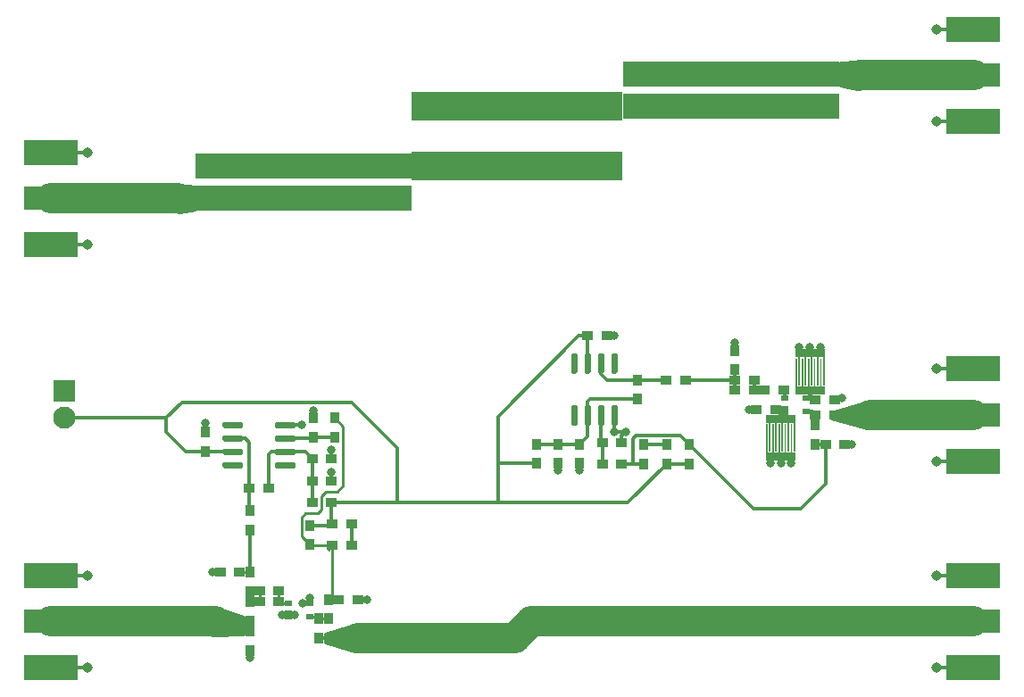
<source format=gbr>
%TF.GenerationSoftware,KiCad,Pcbnew,(5.1.8)-1*%
%TF.CreationDate,2021-11-19T11:08:09-06:00*%
%TF.ProjectId,EE514 Board,45453531-3420-4426-9f61-72642e6b6963,rev?*%
%TF.SameCoordinates,Original*%
%TF.FileFunction,Copper,L1,Top*%
%TF.FilePolarity,Positive*%
%FSLAX46Y46*%
G04 Gerber Fmt 4.6, Leading zero omitted, Abs format (unit mm)*
G04 Created by KiCad (PCBNEW (5.1.8)-1) date 2021-11-19 11:08:09*
%MOMM*%
%LPD*%
G01*
G04 APERTURE LIST*
%TA.AperFunction,SMDPad,CuDef*%
%ADD10C,0.100000*%
%TD*%
%TA.AperFunction,SMDPad,CuDef*%
%ADD11R,20.574000X2.428240*%
%TD*%
%TA.AperFunction,SMDPad,CuDef*%
%ADD12R,19.939000X2.829560*%
%TD*%
%TA.AperFunction,SMDPad,CuDef*%
%ADD13R,0.950000X0.975000*%
%TD*%
%TA.AperFunction,SMDPad,CuDef*%
%ADD14R,0.975000X0.950000*%
%TD*%
%TA.AperFunction,SMDPad,CuDef*%
%ADD15R,0.800000X0.900000*%
%TD*%
%TA.AperFunction,SMDPad,CuDef*%
%ADD16R,0.800000X0.600000*%
%TD*%
%TA.AperFunction,SMDPad,CuDef*%
%ADD17R,0.950000X0.460000*%
%TD*%
%TA.AperFunction,ComponentPad*%
%ADD18C,0.970000*%
%TD*%
%TA.AperFunction,SMDPad,CuDef*%
%ADD19R,5.080000X2.420000*%
%TD*%
%TA.AperFunction,SMDPad,CuDef*%
%ADD20R,5.080000X2.290000*%
%TD*%
%TA.AperFunction,ComponentPad*%
%ADD21C,2.100000*%
%TD*%
%TA.AperFunction,ComponentPad*%
%ADD22R,2.100000X2.100000*%
%TD*%
%TA.AperFunction,ViaPad*%
%ADD23C,0.800000*%
%TD*%
%TA.AperFunction,Conductor*%
%ADD24C,0.250000*%
%TD*%
%TA.AperFunction,Conductor*%
%ADD25C,0.304800*%
%TD*%
%TA.AperFunction,Conductor*%
%ADD26C,2.870200*%
%TD*%
%TA.AperFunction,Conductor*%
%ADD27C,0.355600*%
%TD*%
%TA.AperFunction,Conductor*%
%ADD28C,0.254000*%
%TD*%
%TA.AperFunction,Conductor*%
%ADD29C,0.100000*%
%TD*%
G04 APERTURE END LIST*
%TA.AperFunction,SMDPad,CuDef*%
D10*
%TO.P,C303,2*%
%TO.N,GND*%
G36*
X170803570Y-93014800D02*
G01*
X170371770Y-93014800D01*
X170371770Y-95707200D01*
X170219370Y-95707200D01*
X170219370Y-93014800D01*
X169787570Y-93014800D01*
X169787570Y-95707200D01*
X169635170Y-95707200D01*
X169635170Y-93014800D01*
X169203370Y-93014800D01*
X169203370Y-95707200D01*
X169050970Y-95707200D01*
X169050970Y-93014800D01*
X168619170Y-93014800D01*
X168619170Y-95707200D01*
X168466770Y-95707200D01*
X168466770Y-93014800D01*
X168174670Y-93014800D01*
X168174670Y-92252800D01*
X170955970Y-92252800D01*
X170955970Y-95707200D01*
X170803570Y-95707200D01*
X170803570Y-93014800D01*
G37*
%TD.AperFunction*%
%TA.AperFunction,SMDPad,CuDef*%
%TO.P,C303,1*%
%TO.N,Net-(C303-Pad1)*%
G36*
X168327070Y-95846900D02*
G01*
X168758870Y-95846900D01*
X168758870Y-93154500D01*
X168911270Y-93154500D01*
X168911270Y-95846900D01*
X169343070Y-95846900D01*
X169343070Y-93154500D01*
X169495470Y-93154500D01*
X169495470Y-95846900D01*
X169927270Y-95846900D01*
X169927270Y-93154500D01*
X170079670Y-93154500D01*
X170079670Y-95846900D01*
X170511470Y-95846900D01*
X170511470Y-93154500D01*
X170663870Y-93154500D01*
X170663870Y-95846900D01*
X170955970Y-95846900D01*
X170955970Y-96608900D01*
X168174670Y-96608900D01*
X168174670Y-93154500D01*
X168327070Y-93154500D01*
X168327070Y-95846900D01*
G37*
%TD.AperFunction*%
%TD*%
%TA.AperFunction,SMDPad,CuDef*%
%TO.P,C302,2*%
%TO.N,GND*%
G36*
X165535610Y-102100380D02*
G01*
X165967410Y-102100380D01*
X165967410Y-99407980D01*
X166119810Y-99407980D01*
X166119810Y-102100380D01*
X166551610Y-102100380D01*
X166551610Y-99407980D01*
X166704010Y-99407980D01*
X166704010Y-102100380D01*
X167135810Y-102100380D01*
X167135810Y-99407980D01*
X167288210Y-99407980D01*
X167288210Y-102100380D01*
X167720010Y-102100380D01*
X167720010Y-99407980D01*
X167872410Y-99407980D01*
X167872410Y-102100380D01*
X168164510Y-102100380D01*
X168164510Y-102862380D01*
X165383210Y-102862380D01*
X165383210Y-99407980D01*
X165535610Y-99407980D01*
X165535610Y-102100380D01*
G37*
%TD.AperFunction*%
%TA.AperFunction,SMDPad,CuDef*%
%TO.P,C302,1*%
%TO.N,Net-(C302-Pad1)*%
G36*
X168012110Y-99268280D02*
G01*
X167580310Y-99268280D01*
X167580310Y-101960680D01*
X167427910Y-101960680D01*
X167427910Y-99268280D01*
X166996110Y-99268280D01*
X166996110Y-101960680D01*
X166843710Y-101960680D01*
X166843710Y-99268280D01*
X166411910Y-99268280D01*
X166411910Y-101960680D01*
X166259510Y-101960680D01*
X166259510Y-99268280D01*
X165827710Y-99268280D01*
X165827710Y-101960680D01*
X165675310Y-101960680D01*
X165675310Y-99268280D01*
X165383210Y-99268280D01*
X165383210Y-98506280D01*
X168164510Y-98506280D01*
X168164510Y-101960680D01*
X168012110Y-101960680D01*
X168012110Y-99268280D01*
G37*
%TD.AperFunction*%
%TD*%
D11*
%TO.P,FL101,2*%
%TO.N,/FILT_OUT*%
X162052000Y-66182240D03*
%TO.P,FL101,1*%
%TO.N,/FILT_IN*%
X121539000Y-77978000D03*
%TO.P,FL101,~*%
%TO.N,N/C*%
X121539000Y-74936350D03*
D12*
X141795500Y-74936350D03*
X141795500Y-69223890D03*
D11*
X162052000Y-69223890D03*
%TD*%
%TO.P,U501,8*%
%TO.N,Net-(U501-Pad8)*%
%TA.AperFunction,SMDPad,CuDef*%
G36*
G01*
X147363320Y-94598360D02*
X147063320Y-94598360D01*
G75*
G02*
X146913320Y-94448360I0J150000D01*
G01*
X146913320Y-92798360D01*
G75*
G02*
X147063320Y-92648360I150000J0D01*
G01*
X147363320Y-92648360D01*
G75*
G02*
X147513320Y-92798360I0J-150000D01*
G01*
X147513320Y-94448360D01*
G75*
G02*
X147363320Y-94598360I-150000J0D01*
G01*
G37*
%TD.AperFunction*%
%TO.P,U501,7*%
%TO.N,+5V*%
%TA.AperFunction,SMDPad,CuDef*%
G36*
G01*
X148633320Y-94598360D02*
X148333320Y-94598360D01*
G75*
G02*
X148183320Y-94448360I0J150000D01*
G01*
X148183320Y-92798360D01*
G75*
G02*
X148333320Y-92648360I150000J0D01*
G01*
X148633320Y-92648360D01*
G75*
G02*
X148783320Y-92798360I0J-150000D01*
G01*
X148783320Y-94448360D01*
G75*
G02*
X148633320Y-94598360I-150000J0D01*
G01*
G37*
%TD.AperFunction*%
%TO.P,U501,6*%
%TO.N,Net-(C502-Pad1)*%
%TA.AperFunction,SMDPad,CuDef*%
G36*
G01*
X149903320Y-94598360D02*
X149603320Y-94598360D01*
G75*
G02*
X149453320Y-94448360I0J150000D01*
G01*
X149453320Y-92798360D01*
G75*
G02*
X149603320Y-92648360I150000J0D01*
G01*
X149903320Y-92648360D01*
G75*
G02*
X150053320Y-92798360I0J-150000D01*
G01*
X150053320Y-94448360D01*
G75*
G02*
X149903320Y-94598360I-150000J0D01*
G01*
G37*
%TD.AperFunction*%
%TO.P,U501,5*%
%TO.N,Net-(U501-Pad5)*%
%TA.AperFunction,SMDPad,CuDef*%
G36*
G01*
X151173320Y-94598360D02*
X150873320Y-94598360D01*
G75*
G02*
X150723320Y-94448360I0J150000D01*
G01*
X150723320Y-92798360D01*
G75*
G02*
X150873320Y-92648360I150000J0D01*
G01*
X151173320Y-92648360D01*
G75*
G02*
X151323320Y-92798360I0J-150000D01*
G01*
X151323320Y-94448360D01*
G75*
G02*
X151173320Y-94598360I-150000J0D01*
G01*
G37*
%TD.AperFunction*%
%TO.P,U501,4*%
%TO.N,GND*%
%TA.AperFunction,SMDPad,CuDef*%
G36*
G01*
X151173320Y-99548360D02*
X150873320Y-99548360D01*
G75*
G02*
X150723320Y-99398360I0J150000D01*
G01*
X150723320Y-97748360D01*
G75*
G02*
X150873320Y-97598360I150000J0D01*
G01*
X151173320Y-97598360D01*
G75*
G02*
X151323320Y-97748360I0J-150000D01*
G01*
X151323320Y-99398360D01*
G75*
G02*
X151173320Y-99548360I-150000J0D01*
G01*
G37*
%TD.AperFunction*%
%TO.P,U501,3*%
%TO.N,Net-(R503-Pad1)*%
%TA.AperFunction,SMDPad,CuDef*%
G36*
G01*
X149903320Y-99548360D02*
X149603320Y-99548360D01*
G75*
G02*
X149453320Y-99398360I0J150000D01*
G01*
X149453320Y-97748360D01*
G75*
G02*
X149603320Y-97598360I150000J0D01*
G01*
X149903320Y-97598360D01*
G75*
G02*
X150053320Y-97748360I0J-150000D01*
G01*
X150053320Y-99398360D01*
G75*
G02*
X149903320Y-99548360I-150000J0D01*
G01*
G37*
%TD.AperFunction*%
%TO.P,U501,2*%
%TO.N,/Bias Regulator (Oscillator)/VREF_1.2V*%
%TA.AperFunction,SMDPad,CuDef*%
G36*
G01*
X148633320Y-99548360D02*
X148333320Y-99548360D01*
G75*
G02*
X148183320Y-99398360I0J150000D01*
G01*
X148183320Y-97748360D01*
G75*
G02*
X148333320Y-97598360I150000J0D01*
G01*
X148633320Y-97598360D01*
G75*
G02*
X148783320Y-97748360I0J-150000D01*
G01*
X148783320Y-99398360D01*
G75*
G02*
X148633320Y-99548360I-150000J0D01*
G01*
G37*
%TD.AperFunction*%
%TO.P,U501,1*%
%TO.N,Net-(U501-Pad1)*%
%TA.AperFunction,SMDPad,CuDef*%
G36*
G01*
X147363320Y-99548360D02*
X147063320Y-99548360D01*
G75*
G02*
X146913320Y-99398360I0J150000D01*
G01*
X146913320Y-97748360D01*
G75*
G02*
X147063320Y-97598360I150000J0D01*
G01*
X147363320Y-97598360D01*
G75*
G02*
X147513320Y-97748360I0J-150000D01*
G01*
X147513320Y-99398360D01*
G75*
G02*
X147363320Y-99548360I-150000J0D01*
G01*
G37*
%TD.AperFunction*%
%TD*%
%TO.P,U401,8*%
%TO.N,Net-(U401-Pad8)*%
%TA.AperFunction,SMDPad,CuDef*%
G36*
G01*
X115797200Y-103151800D02*
X115797200Y-103451800D01*
G75*
G02*
X115647200Y-103601800I-150000J0D01*
G01*
X113997200Y-103601800D01*
G75*
G02*
X113847200Y-103451800I0J150000D01*
G01*
X113847200Y-103151800D01*
G75*
G02*
X113997200Y-103001800I150000J0D01*
G01*
X115647200Y-103001800D01*
G75*
G02*
X115797200Y-103151800I0J-150000D01*
G01*
G37*
%TD.AperFunction*%
%TO.P,U401,7*%
%TO.N,+5V*%
%TA.AperFunction,SMDPad,CuDef*%
G36*
G01*
X115797200Y-101881800D02*
X115797200Y-102181800D01*
G75*
G02*
X115647200Y-102331800I-150000J0D01*
G01*
X113997200Y-102331800D01*
G75*
G02*
X113847200Y-102181800I0J150000D01*
G01*
X113847200Y-101881800D01*
G75*
G02*
X113997200Y-101731800I150000J0D01*
G01*
X115647200Y-101731800D01*
G75*
G02*
X115797200Y-101881800I0J-150000D01*
G01*
G37*
%TD.AperFunction*%
%TO.P,U401,6*%
%TO.N,Net-(C402-Pad1)*%
%TA.AperFunction,SMDPad,CuDef*%
G36*
G01*
X115797200Y-100611800D02*
X115797200Y-100911800D01*
G75*
G02*
X115647200Y-101061800I-150000J0D01*
G01*
X113997200Y-101061800D01*
G75*
G02*
X113847200Y-100911800I0J150000D01*
G01*
X113847200Y-100611800D01*
G75*
G02*
X113997200Y-100461800I150000J0D01*
G01*
X115647200Y-100461800D01*
G75*
G02*
X115797200Y-100611800I0J-150000D01*
G01*
G37*
%TD.AperFunction*%
%TO.P,U401,5*%
%TO.N,Net-(U401-Pad5)*%
%TA.AperFunction,SMDPad,CuDef*%
G36*
G01*
X115797200Y-99341800D02*
X115797200Y-99641800D01*
G75*
G02*
X115647200Y-99791800I-150000J0D01*
G01*
X113997200Y-99791800D01*
G75*
G02*
X113847200Y-99641800I0J150000D01*
G01*
X113847200Y-99341800D01*
G75*
G02*
X113997200Y-99191800I150000J0D01*
G01*
X115647200Y-99191800D01*
G75*
G02*
X115797200Y-99341800I0J-150000D01*
G01*
G37*
%TD.AperFunction*%
%TO.P,U401,4*%
%TO.N,GND*%
%TA.AperFunction,SMDPad,CuDef*%
G36*
G01*
X120747200Y-99341800D02*
X120747200Y-99641800D01*
G75*
G02*
X120597200Y-99791800I-150000J0D01*
G01*
X118947200Y-99791800D01*
G75*
G02*
X118797200Y-99641800I0J150000D01*
G01*
X118797200Y-99341800D01*
G75*
G02*
X118947200Y-99191800I150000J0D01*
G01*
X120597200Y-99191800D01*
G75*
G02*
X120747200Y-99341800I0J-150000D01*
G01*
G37*
%TD.AperFunction*%
%TO.P,U401,3*%
%TO.N,Net-(R403-Pad1)*%
%TA.AperFunction,SMDPad,CuDef*%
G36*
G01*
X120747200Y-100611800D02*
X120747200Y-100911800D01*
G75*
G02*
X120597200Y-101061800I-150000J0D01*
G01*
X118947200Y-101061800D01*
G75*
G02*
X118797200Y-100911800I0J150000D01*
G01*
X118797200Y-100611800D01*
G75*
G02*
X118947200Y-100461800I150000J0D01*
G01*
X120597200Y-100461800D01*
G75*
G02*
X120747200Y-100611800I0J-150000D01*
G01*
G37*
%TD.AperFunction*%
%TO.P,U401,2*%
%TO.N,/Bias Regulator (Amplifier)/VREF_1.2V*%
%TA.AperFunction,SMDPad,CuDef*%
G36*
G01*
X120747200Y-101881800D02*
X120747200Y-102181800D01*
G75*
G02*
X120597200Y-102331800I-150000J0D01*
G01*
X118947200Y-102331800D01*
G75*
G02*
X118797200Y-102181800I0J150000D01*
G01*
X118797200Y-101881800D01*
G75*
G02*
X118947200Y-101731800I150000J0D01*
G01*
X120597200Y-101731800D01*
G75*
G02*
X120747200Y-101881800I0J-150000D01*
G01*
G37*
%TD.AperFunction*%
%TO.P,U401,1*%
%TO.N,Net-(U401-Pad1)*%
%TA.AperFunction,SMDPad,CuDef*%
G36*
G01*
X120747200Y-103151800D02*
X120747200Y-103451800D01*
G75*
G02*
X120597200Y-103601800I-150000J0D01*
G01*
X118947200Y-103601800D01*
G75*
G02*
X118797200Y-103451800I0J150000D01*
G01*
X118797200Y-103151800D01*
G75*
G02*
X118947200Y-103001800I150000J0D01*
G01*
X120597200Y-103001800D01*
G75*
G02*
X120747200Y-103151800I0J-150000D01*
G01*
G37*
%TD.AperFunction*%
%TD*%
D13*
%TO.P,R507,1*%
%TO.N,Net-(C504-Pad1)*%
X153797000Y-101322500D03*
%TO.P,R507,2*%
%TO.N,/Bias Regulator (Oscillator)/V_BIAS_COLLECTOR*%
X153797000Y-103147500D03*
%TD*%
%TO.P,R506,1*%
%TO.N,+5V*%
X158115000Y-103147500D03*
%TO.P,R506,2*%
%TO.N,/Bias Regulator (Oscillator)/V_BIAS_COLLECTOR*%
X158115000Y-101322500D03*
%TD*%
D14*
%TO.P,R505,1*%
%TO.N,/Bias Regulator (Oscillator)/V_BIAS_BASE*%
X157757500Y-95250000D03*
%TO.P,R505,2*%
%TO.N,Net-(C502-Pad1)*%
X155932500Y-95250000D03*
%TD*%
%TO.P,R504,1*%
%TO.N,/Bias Regulator (Oscillator)/V_BIAS_COLLECTOR*%
X151681820Y-103210360D03*
%TO.P,R504,2*%
%TO.N,Net-(R503-Pad1)*%
X149856820Y-103210360D03*
%TD*%
%TO.P,R503,1*%
%TO.N,Net-(R503-Pad1)*%
X149856820Y-101178360D03*
%TO.P,R503,2*%
%TO.N,GND*%
X151681820Y-101178360D03*
%TD*%
D13*
%TO.P,R502,1*%
%TO.N,/Bias Regulator (Oscillator)/VREF_1.2V*%
X145689320Y-101281860D03*
%TO.P,R502,2*%
%TO.N,GND*%
X145689320Y-103106860D03*
%TD*%
%TO.P,R501,1*%
%TO.N,+5V*%
X143657320Y-103106860D03*
%TO.P,R501,2*%
%TO.N,/Bias Regulator (Oscillator)/VREF_1.2V*%
X143657320Y-101281860D03*
%TD*%
D14*
%TO.P,R407,1*%
%TO.N,Net-(C404-Pad1)*%
X126083700Y-110921800D03*
%TO.P,R407,2*%
%TO.N,/Amplifier/V_BIAS_COLLECTOR*%
X124258700Y-110921800D03*
%TD*%
D13*
%TO.P,R406,1*%
%TO.N,+5V*%
X122123200Y-108993300D03*
%TO.P,R406,2*%
%TO.N,/Amplifier/V_BIAS_COLLECTOR*%
X122123200Y-110818300D03*
%TD*%
%TO.P,R405,1*%
%TO.N,/Amplifier/V_BIAS_BASE*%
X116408200Y-109421300D03*
%TO.P,R405,2*%
%TO.N,Net-(C402-Pad1)*%
X116408200Y-107596300D03*
%TD*%
%TO.P,R404,1*%
%TO.N,/Amplifier/V_BIAS_COLLECTOR*%
X124460000Y-98782500D03*
%TO.P,R404,2*%
%TO.N,Net-(R403-Pad1)*%
X124460000Y-100607500D03*
%TD*%
%TO.P,R403,1*%
%TO.N,Net-(R403-Pad1)*%
X122428000Y-100607500D03*
%TO.P,R403,2*%
%TO.N,GND*%
X122428000Y-98782500D03*
%TD*%
D14*
%TO.P,R402,1*%
%TO.N,/Bias Regulator (Amplifier)/VREF_1.2V*%
X122353700Y-104775000D03*
%TO.P,R402,2*%
%TO.N,GND*%
X124178700Y-104775000D03*
%TD*%
%TO.P,R401,1*%
%TO.N,+5V*%
X124178700Y-106807000D03*
%TO.P,R401,2*%
%TO.N,/Bias Regulator (Amplifier)/VREF_1.2V*%
X122353700Y-106807000D03*
%TD*%
%TO.P,R301,1*%
%TO.N,Net-(L301-Pad1)*%
X164282120Y-95189040D03*
%TO.P,R301,2*%
%TO.N,/Bias Regulator (Oscillator)/V_BIAS_BASE*%
X162457120Y-95189040D03*
%TD*%
%TO.P,R201,1*%
%TO.N,Net-(C203-Pad1)*%
X119187600Y-115239800D03*
%TO.P,R201,2*%
%TO.N,Net-(C201-Pad1)*%
X117362600Y-115239800D03*
%TD*%
D15*
%TO.P,Q301,2*%
%TO.N,Net-(C302-Pad1)*%
X167165940Y-98058860D03*
D16*
%TO.P,Q301,1*%
%TO.N,Net-(L302-Pad1)*%
X167165940Y-96908860D03*
%TO.P,Q301,3*%
%TO.N,Net-(C305-Pad2)*%
X169185940Y-98208860D03*
%TO.P,Q301,4*%
%TO.N,Net-(C303-Pad1)*%
X169185940Y-96908860D03*
%TD*%
D15*
%TO.P,Q201,2*%
%TO.N,GND*%
X120071800Y-117505100D03*
D16*
%TO.P,Q201,1*%
%TO.N,Net-(C203-Pad1)*%
X120071800Y-116355100D03*
%TO.P,Q201,3*%
%TO.N,Net-(C205-Pad2)*%
X122091800Y-117655100D03*
%TO.P,Q201,4*%
%TO.N,GND*%
X122091800Y-116355100D03*
%TD*%
D13*
%TO.P,L305,1*%
%TO.N,Net-(C305-Pad2)*%
X170055540Y-99491160D03*
%TO.P,L305,2*%
%TO.N,/Bias Regulator (Oscillator)/V_BIAS_COLLECTOR*%
X170055540Y-101316160D03*
%TD*%
D14*
%TO.P,L304,1*%
%TO.N,Net-(C303-Pad1)*%
X170072680Y-97081340D03*
%TO.P,L304,2*%
%TO.N,GND*%
X171897680Y-97081340D03*
%TD*%
%TO.P,L303,1*%
%TO.N,Net-(C302-Pad1)*%
X166281740Y-98036380D03*
%TO.P,L303,2*%
%TO.N,GND*%
X164456740Y-98036380D03*
%TD*%
%TO.P,L302,1*%
%TO.N,Net-(L302-Pad1)*%
X167078660Y-96136460D03*
%TO.P,L302,2*%
%TO.N,Net-(L301-Pad1)*%
X165253660Y-96136460D03*
%TD*%
%TO.P,L301,1*%
%TO.N,Net-(L301-Pad1)*%
X164280860Y-96136460D03*
%TO.P,L301,2*%
%TO.N,/Bias Regulator (Oscillator)/V_BIAS_BASE*%
X162455860Y-96136460D03*
%TD*%
D13*
%TO.P,L203,1*%
%TO.N,Net-(C205-Pad2)*%
X123901200Y-117843300D03*
%TO.P,L203,2*%
%TO.N,/Amplifier/V_BIAS_COLLECTOR*%
X123901200Y-116018300D03*
%TD*%
%TO.P,L202,1*%
%TO.N,Net-(C201-Pad1)*%
X116408200Y-115248700D03*
%TO.P,L202,2*%
%TO.N,/Amplifier/V_BIAS_BASE*%
X116408200Y-113423700D03*
%TD*%
%TO.P,L201,1*%
%TO.N,/Amplifier/RF_IN*%
X116408200Y-119015500D03*
%TO.P,L201,2*%
%TO.N,GND*%
X116408200Y-120840500D03*
%TD*%
D17*
%TO.P,J106,2*%
%TO.N,GND*%
X182041800Y-94121200D03*
X182041800Y-102881200D03*
D18*
X181591800Y-94121200D03*
X181591800Y-102881200D03*
D19*
X185031800Y-94121200D03*
X185031800Y-102881200D03*
D20*
%TO.P,J106,1*%
%TO.N,/Oscillator/RF_OUT*%
X185031800Y-98501200D03*
%TD*%
D17*
%TO.P,J105,2*%
%TO.N,GND*%
X182041800Y-113730000D03*
X182041800Y-122490000D03*
D18*
X181591800Y-113730000D03*
X181591800Y-122490000D03*
D19*
X185031800Y-113730000D03*
X185031800Y-122490000D03*
D20*
%TO.P,J105,1*%
%TO.N,/Amplifier/RF_OUT*%
X185031800Y-118110000D03*
%TD*%
D17*
%TO.P,J104,2*%
%TO.N,GND*%
X182041800Y-61914000D03*
X182041800Y-70674000D03*
D18*
X181591800Y-61914000D03*
X181591800Y-70674000D03*
D19*
X185031800Y-61914000D03*
X185031800Y-70674000D03*
D20*
%TO.P,J104,1*%
%TO.N,/FILT_OUT*%
X185031800Y-66294000D03*
%TD*%
D17*
%TO.P,J103,2*%
%TO.N,GND*%
X100584000Y-122490000D03*
X100584000Y-113730000D03*
D18*
X101034000Y-122490000D03*
X101034000Y-113730000D03*
D19*
X97594000Y-122490000D03*
X97594000Y-113730000D03*
D20*
%TO.P,J103,1*%
%TO.N,/Amplifier/RF_IN*%
X97594000Y-118110000D03*
%TD*%
D17*
%TO.P,J102,2*%
%TO.N,GND*%
X100584000Y-82358000D03*
X100584000Y-73598000D03*
D18*
X101034000Y-82358000D03*
X101034000Y-73598000D03*
D19*
X97594000Y-82358000D03*
X97594000Y-73598000D03*
D20*
%TO.P,J102,1*%
%TO.N,/FILT_IN*%
X97594000Y-77978000D03*
%TD*%
D21*
%TO.P,J101,2*%
%TO.N,+5V*%
X98806000Y-98806000D03*
D22*
%TO.P,J101,1*%
%TO.N,GND*%
X98806000Y-96266000D03*
%TD*%
D13*
%TO.P,C504,2*%
%TO.N,+5V*%
X155956000Y-103147500D03*
%TO.P,C504,1*%
%TO.N,Net-(C504-Pad1)*%
X155956000Y-101322500D03*
%TD*%
D14*
%TO.P,C503,2*%
%TO.N,+5V*%
X148459820Y-91018360D03*
%TO.P,C503,1*%
%TO.N,GND*%
X150284820Y-91018360D03*
%TD*%
D13*
%TO.P,C502,2*%
%TO.N,/Bias Regulator (Oscillator)/VREF_1.2V*%
X153162000Y-97010860D03*
%TO.P,C502,1*%
%TO.N,Net-(C502-Pad1)*%
X153162000Y-95185860D03*
%TD*%
%TO.P,C501,2*%
%TO.N,/Bias Regulator (Oscillator)/VREF_1.2V*%
X147721320Y-101281860D03*
%TO.P,C501,1*%
%TO.N,GND*%
X147721320Y-103106860D03*
%TD*%
D14*
%TO.P,C404,2*%
%TO.N,+5V*%
X124258700Y-108889800D03*
%TO.P,C404,1*%
%TO.N,Net-(C404-Pad1)*%
X126083700Y-108889800D03*
%TD*%
D13*
%TO.P,C403,2*%
%TO.N,+5V*%
X112217200Y-101991800D03*
%TO.P,C403,1*%
%TO.N,GND*%
X112217200Y-100166800D03*
%TD*%
D14*
%TO.P,C402,2*%
%TO.N,/Bias Regulator (Amplifier)/VREF_1.2V*%
X118209700Y-105460800D03*
%TO.P,C402,1*%
%TO.N,Net-(C402-Pad1)*%
X116384700Y-105460800D03*
%TD*%
%TO.P,C401,2*%
%TO.N,/Bias Regulator (Amplifier)/VREF_1.2V*%
X122353700Y-102666800D03*
%TO.P,C401,1*%
%TO.N,GND*%
X124178700Y-102666800D03*
%TD*%
%TO.P,C305,2*%
%TO.N,Net-(C305-Pad2)*%
X170067600Y-98531680D03*
%TO.P,C305,1*%
%TO.N,/Oscillator/RF_OUT*%
X171892600Y-98531680D03*
%TD*%
%TO.P,C304,2*%
%TO.N,GND*%
X172840020Y-101325680D03*
%TO.P,C304,1*%
%TO.N,/Bias Regulator (Oscillator)/V_BIAS_COLLECTOR*%
X171015020Y-101325680D03*
%TD*%
D13*
%TO.P,C301,2*%
%TO.N,GND*%
X162445700Y-92402020D03*
%TO.P,C301,1*%
%TO.N,/Bias Regulator (Oscillator)/V_BIAS_BASE*%
X162445700Y-94227020D03*
%TD*%
%TO.P,C205,2*%
%TO.N,Net-(C205-Pad2)*%
X122961400Y-117845200D03*
%TO.P,C205,1*%
%TO.N,/Amplifier/RF_OUT*%
X122961400Y-119670200D03*
%TD*%
D14*
%TO.P,C204,2*%
%TO.N,GND*%
X126680600Y-116027200D03*
%TO.P,C204,1*%
%TO.N,/Amplifier/V_BIAS_COLLECTOR*%
X124855600Y-116027200D03*
%TD*%
%TO.P,C203,2*%
%TO.N,Net-(C201-Pad1)*%
X117362600Y-116179600D03*
%TO.P,C203,1*%
%TO.N,Net-(C203-Pad1)*%
X119187600Y-116179600D03*
%TD*%
%TO.P,C202,2*%
%TO.N,GND*%
X113630700Y-113411000D03*
%TO.P,C202,1*%
%TO.N,/Amplifier/V_BIAS_BASE*%
X115455700Y-113411000D03*
%TD*%
D13*
%TO.P,C201,2*%
%TO.N,/Amplifier/RF_IN*%
X116408200Y-118046500D03*
%TO.P,C201,1*%
%TO.N,Net-(C201-Pad1)*%
X116408200Y-116221500D03*
%TD*%
D23*
%TO.N,GND*%
X170535600Y-92049600D03*
X169570400Y-92049600D03*
X168554400Y-92049600D03*
X167767000Y-103073200D03*
X165785800Y-103073200D03*
X166801800Y-103073200D03*
X172618400Y-96951800D03*
X173532800Y-101320600D03*
X163753800Y-98044000D03*
X162458400Y-91694000D03*
X150977600Y-91008200D03*
X151028400Y-100101400D03*
X152069800Y-100101400D03*
X147726400Y-103809800D03*
X145694400Y-103809800D03*
X122428000Y-98094800D03*
X121361200Y-99491800D03*
X124180600Y-101828600D03*
X124180600Y-103936800D03*
X127533400Y-116027200D03*
X122097800Y-115849400D03*
X121437400Y-116357400D03*
X120675400Y-117525800D03*
X119456200Y-117525800D03*
X116408200Y-121539000D03*
X112928400Y-113436400D03*
X112217200Y-99314000D03*
%TD*%
D24*
%TO.N,/Amplifier/RF_IN*%
X116408200Y-118046500D02*
X116408200Y-119015500D01*
D25*
X113220500Y-118046500D02*
X113157000Y-118110000D01*
X116408200Y-118046500D02*
X113220500Y-118046500D01*
D26*
X97594000Y-118110000D02*
X113157000Y-118110000D01*
D24*
%TO.N,Net-(C201-Pad1)*%
X117353700Y-115248700D02*
X117362600Y-115239800D01*
X116408200Y-115248700D02*
X117353700Y-115248700D01*
X116450100Y-116179600D02*
X116408200Y-116221500D01*
X117362600Y-116179600D02*
X116450100Y-116179600D01*
X117362600Y-115239800D02*
X117362600Y-116179600D01*
D25*
%TO.N,GND*%
X151023320Y-100096320D02*
X151028400Y-100101400D01*
X151023320Y-98573360D02*
X151023320Y-100096320D01*
X151681820Y-100489380D02*
X152069800Y-100101400D01*
X151681820Y-101178360D02*
X151681820Y-100489380D01*
X151028400Y-100101400D02*
X152069800Y-100101400D01*
X147726400Y-103111940D02*
X147721320Y-103106860D01*
X147726400Y-103809800D02*
X147726400Y-103111940D01*
X145694400Y-103111940D02*
X145689320Y-103106860D01*
X145694400Y-103809800D02*
X145694400Y-103111940D01*
X173527720Y-101325680D02*
X173532800Y-101320600D01*
X172840020Y-101325680D02*
X173527720Y-101325680D01*
X172488860Y-97081340D02*
X172618400Y-96951800D01*
X171897680Y-97081340D02*
X172488860Y-97081340D01*
X162445700Y-91706700D02*
X162458400Y-91694000D01*
X162445700Y-92402020D02*
X162445700Y-91706700D01*
X119772200Y-99491800D02*
X121361200Y-99491800D01*
X122428000Y-98094800D02*
X122428000Y-98782500D01*
X124180600Y-102664900D02*
X124178700Y-102666800D01*
X124180600Y-101828600D02*
X124180600Y-102664900D01*
X124178700Y-103938700D02*
X124180600Y-103936800D01*
X124178700Y-104775000D02*
X124178700Y-103938700D01*
X127533400Y-116027200D02*
X126680600Y-116027200D01*
X122091800Y-115855400D02*
X122097800Y-115849400D01*
X122091800Y-116355100D02*
X122091800Y-115855400D01*
X122089500Y-116357400D02*
X122091800Y-116355100D01*
X121437400Y-116357400D02*
X122089500Y-116357400D01*
X120051100Y-117525800D02*
X120071800Y-117505100D01*
X119456200Y-117525800D02*
X120051100Y-117525800D01*
X120092500Y-117525800D02*
X120071800Y-117505100D01*
X120675400Y-117525800D02*
X120092500Y-117525800D01*
X113605300Y-113436400D02*
X113630700Y-113411000D01*
X112928400Y-113436400D02*
X113605300Y-113436400D01*
X116408200Y-121539000D02*
X116408200Y-120840500D01*
X112217200Y-99314000D02*
X112217200Y-100166800D01*
D27*
X164449120Y-98044000D02*
X164456740Y-98036380D01*
X163753800Y-98044000D02*
X164449120Y-98044000D01*
X97536000Y-82358000D02*
X100976000Y-82358000D01*
X97536000Y-73598000D02*
X100976000Y-73598000D01*
X97848000Y-122490000D02*
X101288000Y-122490000D01*
X97848000Y-113730000D02*
X101288000Y-113730000D01*
X185031800Y-122490000D02*
X181591800Y-122490000D01*
X185031800Y-113730000D02*
X181591800Y-113730000D01*
X185031800Y-102881200D02*
X181591800Y-102881200D01*
X185031800Y-94121200D02*
X181591800Y-94121200D01*
X150967440Y-91018360D02*
X150977600Y-91008200D01*
X150284820Y-91018360D02*
X150967440Y-91018360D01*
X185031800Y-70674000D02*
X181591800Y-70674000D01*
X185031800Y-61914000D02*
X181591800Y-61914000D01*
D24*
%TO.N,/Amplifier/V_BIAS_BASE*%
X116395500Y-113411000D02*
X116408200Y-113423700D01*
X115455700Y-113411000D02*
X116395500Y-113411000D01*
D25*
X116408200Y-109421300D02*
X116408200Y-113423700D01*
D24*
%TO.N,Net-(C203-Pad1)*%
X119363100Y-116355100D02*
X119187600Y-116179600D01*
X120071800Y-116355100D02*
X119363100Y-116355100D01*
X119187600Y-115239800D02*
X119187600Y-116179600D01*
D28*
%TO.N,/Amplifier/V_BIAS_COLLECTOR*%
X124846700Y-116018300D02*
X124855600Y-116027200D01*
X123901200Y-116018300D02*
X124846700Y-116018300D01*
X122226700Y-110921800D02*
X122123200Y-110818300D01*
X123901200Y-111279300D02*
X124258700Y-110921800D01*
X124258700Y-110921800D02*
X123240800Y-110921800D01*
X123240800Y-110921800D02*
X122226700Y-110921800D01*
X125265201Y-105245361D02*
X125265201Y-99587701D01*
X124719562Y-105791000D02*
X125265201Y-105245361D01*
X123190000Y-107527562D02*
X123190000Y-106238838D01*
X125265201Y-99587701D02*
X124460000Y-98782500D01*
X122894562Y-107823000D02*
X123190000Y-107527562D01*
X123637838Y-105791000D02*
X124719562Y-105791000D01*
X121736638Y-107823000D02*
X122894562Y-107823000D01*
X123190000Y-106238838D02*
X123637838Y-105791000D01*
X121317999Y-108241639D02*
X121736638Y-107823000D01*
X121317999Y-110013099D02*
X121317999Y-108241639D01*
X122123200Y-110818300D02*
X121317999Y-110013099D01*
X124258700Y-115660800D02*
X123901200Y-116018300D01*
X124258700Y-110921800D02*
X124258700Y-115660800D01*
D24*
%TO.N,Net-(C205-Pad2)*%
X122771300Y-117655100D02*
X122961400Y-117845200D01*
X122091800Y-117655100D02*
X122771300Y-117655100D01*
X122963300Y-117843300D02*
X122961400Y-117845200D01*
X123901200Y-117843300D02*
X122963300Y-117843300D01*
D25*
%TO.N,/Amplifier/RF_OUT*%
X122961400Y-119670200D02*
X125461400Y-119670200D01*
X125476000Y-119684800D02*
X125349000Y-119684800D01*
X125461400Y-119670200D02*
X125476000Y-119684800D01*
X126695200Y-119684800D02*
X125476000Y-119684800D01*
D26*
X141554200Y-119684800D02*
X126695200Y-119684800D01*
X143129000Y-118110000D02*
X141554200Y-119684800D01*
X185031800Y-118110000D02*
X143129000Y-118110000D01*
D25*
%TO.N,/Bias Regulator (Oscillator)/V_BIAS_BASE*%
X162445700Y-95177620D02*
X162457120Y-95189040D01*
X162445700Y-94227020D02*
X162445700Y-95177620D01*
X162457120Y-96135200D02*
X162455860Y-96136460D01*
X162457120Y-95189040D02*
X162457120Y-96135200D01*
X162396160Y-95250000D02*
X162457120Y-95189040D01*
X157757500Y-95250000D02*
X162396160Y-95250000D01*
%TO.N,Net-(C302-Pad1)*%
X167143460Y-98036380D02*
X167165940Y-98058860D01*
X166281740Y-98036380D02*
X167143460Y-98036380D01*
X166773860Y-98450940D02*
X167165940Y-98058860D01*
X166773860Y-98582480D02*
X166773860Y-98450940D01*
%TO.N,Net-(C303-Pad1)*%
X170072680Y-97040060D02*
X169565320Y-96532700D01*
X170072680Y-97081340D02*
X170072680Y-97040060D01*
X169900200Y-96908860D02*
X170072680Y-97081340D01*
X169185940Y-96908860D02*
X169900200Y-96908860D01*
%TO.N,/Bias Regulator (Oscillator)/V_BIAS_COLLECTOR*%
X171005500Y-101316160D02*
X171015020Y-101325680D01*
X170055540Y-101316160D02*
X171005500Y-101316160D01*
X153734140Y-103210360D02*
X153797000Y-103147500D01*
X153037519Y-100479399D02*
X157271899Y-100479399D01*
X152740360Y-103210360D02*
X152740360Y-100776558D01*
X151681820Y-103210360D02*
X152740360Y-103210360D01*
X157271899Y-100479399D02*
X158115000Y-101322500D01*
X152740360Y-100776558D02*
X153037519Y-100479399D01*
X152740360Y-103210360D02*
X153734140Y-103210360D01*
X171069000Y-101379660D02*
X171015020Y-101325680D01*
X171069000Y-105029000D02*
X171069000Y-101379660D01*
X158115000Y-101346000D02*
X164211000Y-107442000D01*
X168656000Y-107442000D02*
X171069000Y-105029000D01*
X164211000Y-107442000D02*
X168656000Y-107442000D01*
X158115000Y-101322500D02*
X158115000Y-101346000D01*
%TO.N,Net-(C305-Pad2)*%
X169744780Y-98208860D02*
X170067600Y-98531680D01*
X169185940Y-98208860D02*
X169744780Y-98208860D01*
X170055540Y-98543740D02*
X170067600Y-98531680D01*
X170055540Y-99491160D02*
X170055540Y-98543740D01*
D26*
%TO.N,/Oscillator/RF_OUT*%
X185031800Y-98501200D02*
X175310800Y-98501200D01*
D25*
X175310800Y-98501200D02*
X174625000Y-98501200D01*
%TO.N,/Bias Regulator (Amplifier)/VREF_1.2V*%
X122353700Y-102666800D02*
X122353700Y-104775000D01*
X121718700Y-102031800D02*
X122353700Y-102666800D01*
X119772200Y-102031800D02*
X121718700Y-102031800D01*
X118440200Y-102031800D02*
X118209700Y-102262300D01*
X118209700Y-102262300D02*
X118209700Y-105460800D01*
X119772200Y-102031800D02*
X118440200Y-102031800D01*
X122353700Y-104775000D02*
X122353700Y-106807000D01*
%TO.N,Net-(C402-Pad1)*%
X116384700Y-101119300D02*
X116384700Y-105460800D01*
X116027200Y-100761800D02*
X116384700Y-101119300D01*
X114822200Y-100761800D02*
X116027200Y-100761800D01*
X116384700Y-107572800D02*
X116408200Y-107596300D01*
X116384700Y-105460800D02*
X116384700Y-107572800D01*
%TO.N,+5V*%
X114782200Y-101991800D02*
X114822200Y-102031800D01*
X112217200Y-101991800D02*
X114782200Y-101991800D01*
D27*
X112206400Y-101981000D02*
X112217200Y-101991800D01*
X124155200Y-108993300D02*
X124258700Y-108889800D01*
X122123200Y-108993300D02*
X124155200Y-108993300D01*
X124178700Y-108809800D02*
X124258700Y-108889800D01*
X124178700Y-106807000D02*
X124178700Y-108809800D01*
X148483320Y-91041860D02*
X148459820Y-91018360D01*
X148483320Y-93623360D02*
X148483320Y-91041860D01*
X152296500Y-106807000D02*
X155956000Y-103147500D01*
X139957180Y-106807000D02*
X152296500Y-106807000D01*
X155956000Y-103147500D02*
X158115000Y-103147500D01*
X139957180Y-106807000D02*
X139957180Y-105787820D01*
X110001001Y-97313799D02*
X126091999Y-97313799D01*
X130454400Y-101676200D02*
X130454400Y-106807000D01*
X126091999Y-97313799D02*
X130454400Y-101676200D01*
X130454400Y-106807000D02*
X139957180Y-106807000D01*
X124178700Y-106807000D02*
X130454400Y-106807000D01*
X147616720Y-91018360D02*
X139957180Y-98677900D01*
X148459820Y-91018360D02*
X147616720Y-91018360D01*
X140038460Y-103106860D02*
X139957180Y-103025580D01*
X143657320Y-103106860D02*
X140038460Y-103106860D01*
X139957180Y-103025580D02*
X139957180Y-105787820D01*
X139957180Y-98677900D02*
X139957180Y-103025580D01*
X108508800Y-98806000D02*
X110001001Y-97313799D01*
X112217200Y-101991800D02*
X110373800Y-101991800D01*
X108508800Y-100126800D02*
X108508800Y-98806000D01*
X110373800Y-101991800D02*
X108508800Y-100126800D01*
X98806000Y-98806000D02*
X108508800Y-98806000D01*
D25*
%TO.N,Net-(C404-Pad1)*%
X126083700Y-108889800D02*
X126083700Y-110921800D01*
%TO.N,/Bias Regulator (Oscillator)/VREF_1.2V*%
X148483320Y-100519860D02*
X147721320Y-101281860D01*
X148483320Y-98573360D02*
X148483320Y-100519860D01*
X147721320Y-101281860D02*
X145689320Y-101281860D01*
X143657320Y-101281860D02*
X145689320Y-101281860D01*
X148734140Y-97010860D02*
X148483320Y-97261680D01*
X148483320Y-97261680D02*
X148483320Y-98573360D01*
X153162000Y-97010860D02*
X148734140Y-97010860D01*
%TO.N,Net-(C502-Pad1)*%
X150340820Y-95185860D02*
X153162000Y-95185860D01*
X149753320Y-94598360D02*
X150340820Y-95185860D01*
X149753320Y-93623360D02*
X149753320Y-94598360D01*
X155868360Y-95185860D02*
X155932500Y-95250000D01*
X153162000Y-95185860D02*
X155868360Y-95185860D01*
%TO.N,Net-(C504-Pad1)*%
X153797000Y-101322500D02*
X155956000Y-101322500D01*
%TO.N,Net-(L301-Pad1)*%
X164282120Y-96135200D02*
X164280860Y-96136460D01*
X164282120Y-95189040D02*
X164282120Y-96135200D01*
X164280860Y-96136460D02*
X165253660Y-96136460D01*
%TO.N,Net-(L302-Pad1)*%
X167165940Y-96223740D02*
X167078660Y-96136460D01*
X167165940Y-96908860D02*
X167165940Y-96223740D01*
%TO.N,Net-(R403-Pad1)*%
X124460000Y-100607500D02*
X122428000Y-100607500D01*
X122273700Y-100761800D02*
X122428000Y-100607500D01*
X119772200Y-100761800D02*
X122273700Y-100761800D01*
%TO.N,Net-(R503-Pad1)*%
X149753320Y-101074860D02*
X149856820Y-101178360D01*
X149753320Y-98573360D02*
X149753320Y-101074860D01*
X149856820Y-103210360D02*
X149856820Y-101178360D01*
%TO.N,/FILT_OUT*%
X174132240Y-66182240D02*
X174244000Y-66294000D01*
X162052000Y-66182240D02*
X174132240Y-66182240D01*
D26*
X185108000Y-66294000D02*
X174244000Y-66294000D01*
D25*
%TO.N,/FILT_IN*%
X109613699Y-77978000D02*
X121539000Y-77978000D01*
D26*
X107088938Y-77978000D02*
X109613699Y-77978000D01*
X97594000Y-77978000D02*
X107088938Y-77978000D01*
%TD*%
D28*
%TO.N,/Oscillator/RF_OUT*%
X174962347Y-99759274D02*
X171577000Y-98835998D01*
X171577000Y-98265737D01*
X175074440Y-97225957D01*
X174962347Y-99759274D01*
%TA.AperFunction,Conductor*%
D29*
G36*
X174962347Y-99759274D02*
G01*
X171577000Y-98835998D01*
X171577000Y-98265737D01*
X175074440Y-97225957D01*
X174962347Y-99759274D01*
G37*
%TD.AperFunction*%
%TD*%
D28*
%TO.N,/Amplifier/RF_OUT*%
X126339600Y-120935142D02*
X123545600Y-120073659D01*
X123545600Y-119271292D01*
X126339600Y-118433092D01*
X126339600Y-120935142D01*
%TA.AperFunction,Conductor*%
D29*
G36*
X126339600Y-120935142D02*
G01*
X123545600Y-120073659D01*
X123545600Y-119271292D01*
X126339600Y-118433092D01*
X126339600Y-120935142D01*
G37*
%TD.AperFunction*%
%TD*%
D28*
%TO.N,/Amplifier/RF_IN*%
X113538655Y-116864221D02*
X115824000Y-117654366D01*
X115824000Y-119381939D01*
X112776000Y-119428831D01*
X112776000Y-116821851D01*
X113538655Y-116864221D01*
%TA.AperFunction,Conductor*%
D29*
G36*
X113538655Y-116864221D02*
G01*
X115824000Y-117654366D01*
X115824000Y-119381939D01*
X112776000Y-119428831D01*
X112776000Y-116821851D01*
X113538655Y-116864221D01*
G37*
%TD.AperFunction*%
%TD*%
D28*
%TO.N,/FILT_IN*%
X111277400Y-76870681D02*
X111277400Y-79085534D01*
X109817240Y-79273942D01*
X109575600Y-79290051D01*
X109575600Y-76682600D01*
X109797581Y-76682600D01*
X111277400Y-76870681D01*
%TA.AperFunction,Conductor*%
D29*
G36*
X111277400Y-76870681D02*
G01*
X111277400Y-79085534D01*
X109817240Y-79273942D01*
X109575600Y-79290051D01*
X109575600Y-76682600D01*
X109797581Y-76682600D01*
X111277400Y-76870681D01*
G37*
%TD.AperFunction*%
%TD*%
D28*
%TO.N,/FILT_OUT*%
X174344461Y-67589400D02*
X174052493Y-67589400D01*
X172389800Y-67280614D01*
X172389800Y-65093150D01*
X174044423Y-64998600D01*
X174321329Y-64998600D01*
X174344461Y-67589400D01*
%TA.AperFunction,Conductor*%
D29*
G36*
X174344461Y-67589400D02*
G01*
X174052493Y-67589400D01*
X172389800Y-67280614D01*
X172389800Y-65093150D01*
X174044423Y-64998600D01*
X174321329Y-64998600D01*
X174344461Y-67589400D01*
G37*
%TD.AperFunction*%
%TD*%
M02*

</source>
